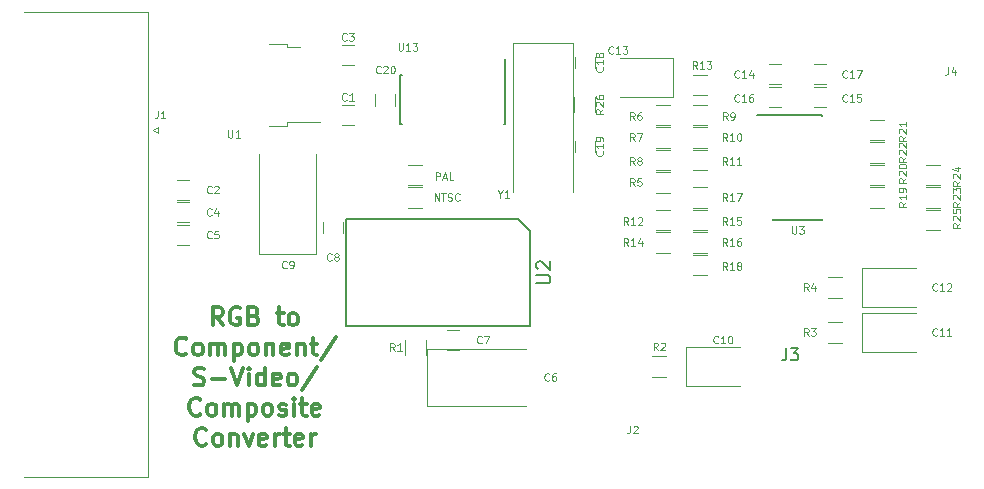
<source format=gto>
G04 #@! TF.FileFunction,Legend,Top*
%FSLAX46Y46*%
G04 Gerber Fmt 4.6, Leading zero omitted, Abs format (unit mm)*
G04 Created by KiCad (PCBNEW 4.0.7) date 02/27/18 10:57:39*
%MOMM*%
%LPD*%
G01*
G04 APERTURE LIST*
%ADD10C,0.100000*%
%ADD11C,0.114300*%
%ADD12C,0.300000*%
%ADD13C,0.120000*%
%ADD14C,0.150000*%
G04 APERTURE END LIST*
D10*
D11*
X103858785Y-91727262D02*
X103858785Y-91092262D01*
X104221643Y-91727262D01*
X104221643Y-91092262D01*
X104433309Y-91092262D02*
X104796166Y-91092262D01*
X104614738Y-91727262D02*
X104614738Y-91092262D01*
X104977595Y-91697024D02*
X105068310Y-91727262D01*
X105219500Y-91727262D01*
X105279976Y-91697024D01*
X105310214Y-91666786D01*
X105340453Y-91606310D01*
X105340453Y-91545833D01*
X105310214Y-91485357D01*
X105279976Y-91455119D01*
X105219500Y-91424881D01*
X105098548Y-91394643D01*
X105038072Y-91364405D01*
X105007833Y-91334167D01*
X104977595Y-91273690D01*
X104977595Y-91213214D01*
X105007833Y-91152738D01*
X105038072Y-91122500D01*
X105098548Y-91092262D01*
X105249738Y-91092262D01*
X105340453Y-91122500D01*
X105975453Y-91666786D02*
X105945215Y-91697024D01*
X105854500Y-91727262D01*
X105794024Y-91727262D01*
X105703310Y-91697024D01*
X105642834Y-91636548D01*
X105612595Y-91576071D01*
X105582357Y-91455119D01*
X105582357Y-91364405D01*
X105612595Y-91243452D01*
X105642834Y-91182976D01*
X105703310Y-91122500D01*
X105794024Y-91092262D01*
X105854500Y-91092262D01*
X105945215Y-91122500D01*
X105975453Y-91152738D01*
X103952523Y-89949262D02*
X103952523Y-89314262D01*
X104194428Y-89314262D01*
X104254904Y-89344500D01*
X104285143Y-89374738D01*
X104315381Y-89435214D01*
X104315381Y-89525929D01*
X104285143Y-89586405D01*
X104254904Y-89616643D01*
X104194428Y-89646881D01*
X103952523Y-89646881D01*
X104557285Y-89767833D02*
X104859666Y-89767833D01*
X104496809Y-89949262D02*
X104708476Y-89314262D01*
X104920143Y-89949262D01*
X105434190Y-89949262D02*
X105131809Y-89949262D01*
X105131809Y-89314262D01*
D12*
X85931715Y-102258571D02*
X85431715Y-101544286D01*
X85074572Y-102258571D02*
X85074572Y-100758571D01*
X85646000Y-100758571D01*
X85788858Y-100830000D01*
X85860286Y-100901429D01*
X85931715Y-101044286D01*
X85931715Y-101258571D01*
X85860286Y-101401429D01*
X85788858Y-101472857D01*
X85646000Y-101544286D01*
X85074572Y-101544286D01*
X87360286Y-100830000D02*
X87217429Y-100758571D01*
X87003143Y-100758571D01*
X86788858Y-100830000D01*
X86646000Y-100972857D01*
X86574572Y-101115714D01*
X86503143Y-101401429D01*
X86503143Y-101615714D01*
X86574572Y-101901429D01*
X86646000Y-102044286D01*
X86788858Y-102187143D01*
X87003143Y-102258571D01*
X87146000Y-102258571D01*
X87360286Y-102187143D01*
X87431715Y-102115714D01*
X87431715Y-101615714D01*
X87146000Y-101615714D01*
X88574572Y-101472857D02*
X88788858Y-101544286D01*
X88860286Y-101615714D01*
X88931715Y-101758571D01*
X88931715Y-101972857D01*
X88860286Y-102115714D01*
X88788858Y-102187143D01*
X88646000Y-102258571D01*
X88074572Y-102258571D01*
X88074572Y-100758571D01*
X88574572Y-100758571D01*
X88717429Y-100830000D01*
X88788858Y-100901429D01*
X88860286Y-101044286D01*
X88860286Y-101187143D01*
X88788858Y-101330000D01*
X88717429Y-101401429D01*
X88574572Y-101472857D01*
X88074572Y-101472857D01*
X90503143Y-101258571D02*
X91074572Y-101258571D01*
X90717429Y-100758571D02*
X90717429Y-102044286D01*
X90788857Y-102187143D01*
X90931715Y-102258571D01*
X91074572Y-102258571D01*
X91788858Y-102258571D02*
X91646000Y-102187143D01*
X91574572Y-102115714D01*
X91503143Y-101972857D01*
X91503143Y-101544286D01*
X91574572Y-101401429D01*
X91646000Y-101330000D01*
X91788858Y-101258571D01*
X92003143Y-101258571D01*
X92146000Y-101330000D01*
X92217429Y-101401429D01*
X92288858Y-101544286D01*
X92288858Y-101972857D01*
X92217429Y-102115714D01*
X92146000Y-102187143D01*
X92003143Y-102258571D01*
X91788858Y-102258571D01*
X82860286Y-104665714D02*
X82788857Y-104737143D01*
X82574571Y-104808571D01*
X82431714Y-104808571D01*
X82217429Y-104737143D01*
X82074571Y-104594286D01*
X82003143Y-104451429D01*
X81931714Y-104165714D01*
X81931714Y-103951429D01*
X82003143Y-103665714D01*
X82074571Y-103522857D01*
X82217429Y-103380000D01*
X82431714Y-103308571D01*
X82574571Y-103308571D01*
X82788857Y-103380000D01*
X82860286Y-103451429D01*
X83717429Y-104808571D02*
X83574571Y-104737143D01*
X83503143Y-104665714D01*
X83431714Y-104522857D01*
X83431714Y-104094286D01*
X83503143Y-103951429D01*
X83574571Y-103880000D01*
X83717429Y-103808571D01*
X83931714Y-103808571D01*
X84074571Y-103880000D01*
X84146000Y-103951429D01*
X84217429Y-104094286D01*
X84217429Y-104522857D01*
X84146000Y-104665714D01*
X84074571Y-104737143D01*
X83931714Y-104808571D01*
X83717429Y-104808571D01*
X84860286Y-104808571D02*
X84860286Y-103808571D01*
X84860286Y-103951429D02*
X84931714Y-103880000D01*
X85074572Y-103808571D01*
X85288857Y-103808571D01*
X85431714Y-103880000D01*
X85503143Y-104022857D01*
X85503143Y-104808571D01*
X85503143Y-104022857D02*
X85574572Y-103880000D01*
X85717429Y-103808571D01*
X85931714Y-103808571D01*
X86074572Y-103880000D01*
X86146000Y-104022857D01*
X86146000Y-104808571D01*
X86860286Y-103808571D02*
X86860286Y-105308571D01*
X86860286Y-103880000D02*
X87003143Y-103808571D01*
X87288857Y-103808571D01*
X87431714Y-103880000D01*
X87503143Y-103951429D01*
X87574572Y-104094286D01*
X87574572Y-104522857D01*
X87503143Y-104665714D01*
X87431714Y-104737143D01*
X87288857Y-104808571D01*
X87003143Y-104808571D01*
X86860286Y-104737143D01*
X88431715Y-104808571D02*
X88288857Y-104737143D01*
X88217429Y-104665714D01*
X88146000Y-104522857D01*
X88146000Y-104094286D01*
X88217429Y-103951429D01*
X88288857Y-103880000D01*
X88431715Y-103808571D01*
X88646000Y-103808571D01*
X88788857Y-103880000D01*
X88860286Y-103951429D01*
X88931715Y-104094286D01*
X88931715Y-104522857D01*
X88860286Y-104665714D01*
X88788857Y-104737143D01*
X88646000Y-104808571D01*
X88431715Y-104808571D01*
X89574572Y-103808571D02*
X89574572Y-104808571D01*
X89574572Y-103951429D02*
X89646000Y-103880000D01*
X89788858Y-103808571D01*
X90003143Y-103808571D01*
X90146000Y-103880000D01*
X90217429Y-104022857D01*
X90217429Y-104808571D01*
X91503143Y-104737143D02*
X91360286Y-104808571D01*
X91074572Y-104808571D01*
X90931715Y-104737143D01*
X90860286Y-104594286D01*
X90860286Y-104022857D01*
X90931715Y-103880000D01*
X91074572Y-103808571D01*
X91360286Y-103808571D01*
X91503143Y-103880000D01*
X91574572Y-104022857D01*
X91574572Y-104165714D01*
X90860286Y-104308571D01*
X92217429Y-103808571D02*
X92217429Y-104808571D01*
X92217429Y-103951429D02*
X92288857Y-103880000D01*
X92431715Y-103808571D01*
X92646000Y-103808571D01*
X92788857Y-103880000D01*
X92860286Y-104022857D01*
X92860286Y-104808571D01*
X93360286Y-103808571D02*
X93931715Y-103808571D01*
X93574572Y-103308571D02*
X93574572Y-104594286D01*
X93646000Y-104737143D01*
X93788858Y-104808571D01*
X93931715Y-104808571D01*
X95503143Y-103237143D02*
X94217429Y-105165714D01*
X83503143Y-107287143D02*
X83717429Y-107358571D01*
X84074572Y-107358571D01*
X84217429Y-107287143D01*
X84288858Y-107215714D01*
X84360286Y-107072857D01*
X84360286Y-106930000D01*
X84288858Y-106787143D01*
X84217429Y-106715714D01*
X84074572Y-106644286D01*
X83788858Y-106572857D01*
X83646000Y-106501429D01*
X83574572Y-106430000D01*
X83503143Y-106287143D01*
X83503143Y-106144286D01*
X83574572Y-106001429D01*
X83646000Y-105930000D01*
X83788858Y-105858571D01*
X84146000Y-105858571D01*
X84360286Y-105930000D01*
X85003143Y-106787143D02*
X86146000Y-106787143D01*
X86646000Y-105858571D02*
X87146000Y-107358571D01*
X87646000Y-105858571D01*
X88146000Y-107358571D02*
X88146000Y-106358571D01*
X88146000Y-105858571D02*
X88074571Y-105930000D01*
X88146000Y-106001429D01*
X88217428Y-105930000D01*
X88146000Y-105858571D01*
X88146000Y-106001429D01*
X89503143Y-107358571D02*
X89503143Y-105858571D01*
X89503143Y-107287143D02*
X89360286Y-107358571D01*
X89074572Y-107358571D01*
X88931714Y-107287143D01*
X88860286Y-107215714D01*
X88788857Y-107072857D01*
X88788857Y-106644286D01*
X88860286Y-106501429D01*
X88931714Y-106430000D01*
X89074572Y-106358571D01*
X89360286Y-106358571D01*
X89503143Y-106430000D01*
X90788857Y-107287143D02*
X90646000Y-107358571D01*
X90360286Y-107358571D01*
X90217429Y-107287143D01*
X90146000Y-107144286D01*
X90146000Y-106572857D01*
X90217429Y-106430000D01*
X90360286Y-106358571D01*
X90646000Y-106358571D01*
X90788857Y-106430000D01*
X90860286Y-106572857D01*
X90860286Y-106715714D01*
X90146000Y-106858571D01*
X91717429Y-107358571D02*
X91574571Y-107287143D01*
X91503143Y-107215714D01*
X91431714Y-107072857D01*
X91431714Y-106644286D01*
X91503143Y-106501429D01*
X91574571Y-106430000D01*
X91717429Y-106358571D01*
X91931714Y-106358571D01*
X92074571Y-106430000D01*
X92146000Y-106501429D01*
X92217429Y-106644286D01*
X92217429Y-107072857D01*
X92146000Y-107215714D01*
X92074571Y-107287143D01*
X91931714Y-107358571D01*
X91717429Y-107358571D01*
X93931714Y-105787143D02*
X92646000Y-107715714D01*
X84038857Y-109765714D02*
X83967428Y-109837143D01*
X83753142Y-109908571D01*
X83610285Y-109908571D01*
X83396000Y-109837143D01*
X83253142Y-109694286D01*
X83181714Y-109551429D01*
X83110285Y-109265714D01*
X83110285Y-109051429D01*
X83181714Y-108765714D01*
X83253142Y-108622857D01*
X83396000Y-108480000D01*
X83610285Y-108408571D01*
X83753142Y-108408571D01*
X83967428Y-108480000D01*
X84038857Y-108551429D01*
X84896000Y-109908571D02*
X84753142Y-109837143D01*
X84681714Y-109765714D01*
X84610285Y-109622857D01*
X84610285Y-109194286D01*
X84681714Y-109051429D01*
X84753142Y-108980000D01*
X84896000Y-108908571D01*
X85110285Y-108908571D01*
X85253142Y-108980000D01*
X85324571Y-109051429D01*
X85396000Y-109194286D01*
X85396000Y-109622857D01*
X85324571Y-109765714D01*
X85253142Y-109837143D01*
X85110285Y-109908571D01*
X84896000Y-109908571D01*
X86038857Y-109908571D02*
X86038857Y-108908571D01*
X86038857Y-109051429D02*
X86110285Y-108980000D01*
X86253143Y-108908571D01*
X86467428Y-108908571D01*
X86610285Y-108980000D01*
X86681714Y-109122857D01*
X86681714Y-109908571D01*
X86681714Y-109122857D02*
X86753143Y-108980000D01*
X86896000Y-108908571D01*
X87110285Y-108908571D01*
X87253143Y-108980000D01*
X87324571Y-109122857D01*
X87324571Y-109908571D01*
X88038857Y-108908571D02*
X88038857Y-110408571D01*
X88038857Y-108980000D02*
X88181714Y-108908571D01*
X88467428Y-108908571D01*
X88610285Y-108980000D01*
X88681714Y-109051429D01*
X88753143Y-109194286D01*
X88753143Y-109622857D01*
X88681714Y-109765714D01*
X88610285Y-109837143D01*
X88467428Y-109908571D01*
X88181714Y-109908571D01*
X88038857Y-109837143D01*
X89610286Y-109908571D02*
X89467428Y-109837143D01*
X89396000Y-109765714D01*
X89324571Y-109622857D01*
X89324571Y-109194286D01*
X89396000Y-109051429D01*
X89467428Y-108980000D01*
X89610286Y-108908571D01*
X89824571Y-108908571D01*
X89967428Y-108980000D01*
X90038857Y-109051429D01*
X90110286Y-109194286D01*
X90110286Y-109622857D01*
X90038857Y-109765714D01*
X89967428Y-109837143D01*
X89824571Y-109908571D01*
X89610286Y-109908571D01*
X90681714Y-109837143D02*
X90824571Y-109908571D01*
X91110286Y-109908571D01*
X91253143Y-109837143D01*
X91324571Y-109694286D01*
X91324571Y-109622857D01*
X91253143Y-109480000D01*
X91110286Y-109408571D01*
X90896000Y-109408571D01*
X90753143Y-109337143D01*
X90681714Y-109194286D01*
X90681714Y-109122857D01*
X90753143Y-108980000D01*
X90896000Y-108908571D01*
X91110286Y-108908571D01*
X91253143Y-108980000D01*
X91967429Y-109908571D02*
X91967429Y-108908571D01*
X91967429Y-108408571D02*
X91896000Y-108480000D01*
X91967429Y-108551429D01*
X92038857Y-108480000D01*
X91967429Y-108408571D01*
X91967429Y-108551429D01*
X92467429Y-108908571D02*
X93038858Y-108908571D01*
X92681715Y-108408571D02*
X92681715Y-109694286D01*
X92753143Y-109837143D01*
X92896001Y-109908571D01*
X93038858Y-109908571D01*
X94110286Y-109837143D02*
X93967429Y-109908571D01*
X93681715Y-109908571D01*
X93538858Y-109837143D01*
X93467429Y-109694286D01*
X93467429Y-109122857D01*
X93538858Y-108980000D01*
X93681715Y-108908571D01*
X93967429Y-108908571D01*
X94110286Y-108980000D01*
X94181715Y-109122857D01*
X94181715Y-109265714D01*
X93467429Y-109408571D01*
X84538858Y-112315714D02*
X84467429Y-112387143D01*
X84253143Y-112458571D01*
X84110286Y-112458571D01*
X83896001Y-112387143D01*
X83753143Y-112244286D01*
X83681715Y-112101429D01*
X83610286Y-111815714D01*
X83610286Y-111601429D01*
X83681715Y-111315714D01*
X83753143Y-111172857D01*
X83896001Y-111030000D01*
X84110286Y-110958571D01*
X84253143Y-110958571D01*
X84467429Y-111030000D01*
X84538858Y-111101429D01*
X85396001Y-112458571D02*
X85253143Y-112387143D01*
X85181715Y-112315714D01*
X85110286Y-112172857D01*
X85110286Y-111744286D01*
X85181715Y-111601429D01*
X85253143Y-111530000D01*
X85396001Y-111458571D01*
X85610286Y-111458571D01*
X85753143Y-111530000D01*
X85824572Y-111601429D01*
X85896001Y-111744286D01*
X85896001Y-112172857D01*
X85824572Y-112315714D01*
X85753143Y-112387143D01*
X85610286Y-112458571D01*
X85396001Y-112458571D01*
X86538858Y-111458571D02*
X86538858Y-112458571D01*
X86538858Y-111601429D02*
X86610286Y-111530000D01*
X86753144Y-111458571D01*
X86967429Y-111458571D01*
X87110286Y-111530000D01*
X87181715Y-111672857D01*
X87181715Y-112458571D01*
X87753144Y-111458571D02*
X88110287Y-112458571D01*
X88467429Y-111458571D01*
X89610286Y-112387143D02*
X89467429Y-112458571D01*
X89181715Y-112458571D01*
X89038858Y-112387143D01*
X88967429Y-112244286D01*
X88967429Y-111672857D01*
X89038858Y-111530000D01*
X89181715Y-111458571D01*
X89467429Y-111458571D01*
X89610286Y-111530000D01*
X89681715Y-111672857D01*
X89681715Y-111815714D01*
X88967429Y-111958571D01*
X90324572Y-112458571D02*
X90324572Y-111458571D01*
X90324572Y-111744286D02*
X90396000Y-111601429D01*
X90467429Y-111530000D01*
X90610286Y-111458571D01*
X90753143Y-111458571D01*
X91038857Y-111458571D02*
X91610286Y-111458571D01*
X91253143Y-110958571D02*
X91253143Y-112244286D01*
X91324571Y-112387143D01*
X91467429Y-112458571D01*
X91610286Y-112458571D01*
X92681714Y-112387143D02*
X92538857Y-112458571D01*
X92253143Y-112458571D01*
X92110286Y-112387143D01*
X92038857Y-112244286D01*
X92038857Y-111672857D01*
X92110286Y-111530000D01*
X92253143Y-111458571D01*
X92538857Y-111458571D01*
X92681714Y-111530000D01*
X92753143Y-111672857D01*
X92753143Y-111815714D01*
X92038857Y-111958571D01*
X93396000Y-112458571D02*
X93396000Y-111458571D01*
X93396000Y-111744286D02*
X93467428Y-111601429D01*
X93538857Y-111530000D01*
X93681714Y-111458571D01*
X93824571Y-111458571D01*
D13*
X89870000Y-85365000D02*
X91370000Y-85365000D01*
X91370000Y-85365000D02*
X91370000Y-85095000D01*
X91370000Y-85095000D02*
X94200000Y-85095000D01*
X89870000Y-78465000D02*
X91370000Y-78465000D01*
X91370000Y-78465000D02*
X91370000Y-78735000D01*
X91370000Y-78735000D02*
X92470000Y-78735000D01*
X103200000Y-104280000D02*
X111600000Y-104280000D01*
X103200000Y-109080000D02*
X111600000Y-109080000D01*
X103200000Y-104280000D02*
X103200000Y-109080000D01*
X97020000Y-83605000D02*
X96020000Y-83605000D01*
X96020000Y-85305000D02*
X97020000Y-85305000D01*
X83050000Y-89955000D02*
X82050000Y-89955000D01*
X82050000Y-91655000D02*
X83050000Y-91655000D01*
X97020000Y-78525000D02*
X96020000Y-78525000D01*
X96020000Y-80225000D02*
X97020000Y-80225000D01*
X83050000Y-91860000D02*
X82050000Y-91860000D01*
X82050000Y-93560000D02*
X83050000Y-93560000D01*
X83050000Y-93765000D02*
X82050000Y-93765000D01*
X82050000Y-95465000D02*
X83050000Y-95465000D01*
X105910000Y-102655000D02*
X104910000Y-102655000D01*
X104910000Y-104355000D02*
X105910000Y-104355000D01*
X94400000Y-93480000D02*
X94400000Y-94480000D01*
X96100000Y-94480000D02*
X96100000Y-93480000D01*
X89040000Y-96190000D02*
X89040000Y-87790000D01*
X93840000Y-96190000D02*
X93840000Y-87790000D01*
X89040000Y-96190000D02*
X93840000Y-96190000D01*
X125152500Y-104077500D02*
X129702500Y-104077500D01*
X125152500Y-107377500D02*
X129702500Y-107377500D01*
X125152500Y-104077500D02*
X125152500Y-107377500D01*
X140075000Y-101220000D02*
X144625000Y-101220000D01*
X140075000Y-104520000D02*
X144625000Y-104520000D01*
X140075000Y-101220000D02*
X140075000Y-104520000D01*
X140075000Y-97410000D02*
X144625000Y-97410000D01*
X140075000Y-100710000D02*
X144625000Y-100710000D01*
X140075000Y-97410000D02*
X140075000Y-100710000D01*
X124085000Y-82930000D02*
X119535000Y-82930000D01*
X124085000Y-79630000D02*
X119535000Y-79630000D01*
X124085000Y-82930000D02*
X124085000Y-79630000D01*
X133215000Y-80176000D02*
X132215000Y-80176000D01*
X132215000Y-81876000D02*
X133215000Y-81876000D01*
X137025000Y-82081000D02*
X136025000Y-82081000D01*
X136025000Y-83781000D02*
X137025000Y-83781000D01*
X133215000Y-82081000D02*
X132215000Y-82081000D01*
X132215000Y-83781000D02*
X133215000Y-83781000D01*
X137025000Y-80176000D02*
X136025000Y-80176000D01*
X136025000Y-81876000D02*
X137025000Y-81876000D01*
X69115000Y-75760000D02*
X79595000Y-75760000D01*
X79595000Y-75760000D02*
X79595000Y-115080000D01*
X79595000Y-115080000D02*
X69115000Y-115080000D01*
X80489338Y-85475000D02*
X80489338Y-85975000D01*
X80489338Y-85975000D02*
X80056325Y-85725000D01*
X80056325Y-85725000D02*
X80489338Y-85475000D01*
X103115000Y-103540000D02*
X103115000Y-104740000D01*
X101355000Y-104740000D02*
X101355000Y-103540000D01*
X123472500Y-106607500D02*
X122272500Y-106607500D01*
X122272500Y-104847500D02*
X123472500Y-104847500D01*
X138395000Y-103750000D02*
X137195000Y-103750000D01*
X137195000Y-101990000D02*
X138395000Y-101990000D01*
X138395000Y-99940000D02*
X137195000Y-99940000D01*
X137195000Y-98180000D02*
X138395000Y-98180000D01*
X123790000Y-91050000D02*
X122590000Y-91050000D01*
X122590000Y-89290000D02*
X123790000Y-89290000D01*
X123790000Y-85335000D02*
X122590000Y-85335000D01*
X122590000Y-83575000D02*
X123790000Y-83575000D01*
X123790000Y-87240000D02*
X122590000Y-87240000D01*
X122590000Y-85480000D02*
X123790000Y-85480000D01*
X123790000Y-89145000D02*
X122590000Y-89145000D01*
X122590000Y-87385000D02*
X123790000Y-87385000D01*
X126965000Y-87240000D02*
X125765000Y-87240000D01*
X125765000Y-85480000D02*
X126965000Y-85480000D01*
X125765000Y-83575000D02*
X126965000Y-83575000D01*
X126965000Y-85335000D02*
X125765000Y-85335000D01*
X126965000Y-89145000D02*
X125765000Y-89145000D01*
X125765000Y-87385000D02*
X126965000Y-87385000D01*
X123790000Y-94225000D02*
X122590000Y-94225000D01*
X122590000Y-92465000D02*
X123790000Y-92465000D01*
X126965000Y-82795000D02*
X125765000Y-82795000D01*
X125765000Y-81035000D02*
X126965000Y-81035000D01*
X122590000Y-94370000D02*
X123790000Y-94370000D01*
X123790000Y-96130000D02*
X122590000Y-96130000D01*
X126965000Y-96130000D02*
X125765000Y-96130000D01*
X125765000Y-94370000D02*
X126965000Y-94370000D01*
X125765000Y-92465000D02*
X126965000Y-92465000D01*
X126965000Y-94225000D02*
X125765000Y-94225000D01*
X126965000Y-92320000D02*
X125765000Y-92320000D01*
X125765000Y-90560000D02*
X126965000Y-90560000D01*
X125765000Y-96275000D02*
X126965000Y-96275000D01*
X126965000Y-98035000D02*
X125765000Y-98035000D01*
X141951000Y-92320000D02*
X140751000Y-92320000D01*
X140751000Y-90560000D02*
X141951000Y-90560000D01*
X140751000Y-88655000D02*
X141951000Y-88655000D01*
X141951000Y-90415000D02*
X140751000Y-90415000D01*
X141951000Y-86605000D02*
X140751000Y-86605000D01*
X140751000Y-84845000D02*
X141951000Y-84845000D01*
X140751000Y-86750000D02*
X141951000Y-86750000D01*
X141951000Y-88510000D02*
X140751000Y-88510000D01*
X146650000Y-92320000D02*
X145450000Y-92320000D01*
X145450000Y-90560000D02*
X146650000Y-90560000D01*
X146650000Y-90415000D02*
X145450000Y-90415000D01*
X145450000Y-88655000D02*
X146650000Y-88655000D01*
X146650000Y-94225000D02*
X145450000Y-94225000D01*
X145450000Y-92465000D02*
X146650000Y-92465000D01*
D14*
X132545000Y-84450000D02*
X132545000Y-84475000D01*
X136695000Y-84450000D02*
X136695000Y-84565000D01*
X136695000Y-93350000D02*
X136695000Y-93235000D01*
X132545000Y-93350000D02*
X132545000Y-93235000D01*
X132545000Y-84450000D02*
X136695000Y-84450000D01*
X132545000Y-93350000D02*
X136695000Y-93350000D01*
X132545000Y-84475000D02*
X131170000Y-84475000D01*
D13*
X115736000Y-79510000D02*
X115736000Y-80510000D01*
X117436000Y-80510000D02*
X117436000Y-79510000D01*
X115736000Y-86622000D02*
X115736000Y-87622000D01*
X117436000Y-87622000D02*
X117436000Y-86622000D01*
X100545000Y-83685000D02*
X100545000Y-82685000D01*
X98845000Y-82685000D02*
X98845000Y-83685000D01*
X115706000Y-84166000D02*
X115706000Y-82966000D01*
X117466000Y-82966000D02*
X117466000Y-84166000D01*
D14*
X109860000Y-81110000D02*
X109835000Y-81110000D01*
X109860000Y-85260000D02*
X109745000Y-85260000D01*
X100960000Y-85260000D02*
X101075000Y-85260000D01*
X100960000Y-81110000D02*
X101075000Y-81110000D01*
X109860000Y-81110000D02*
X109860000Y-85260000D01*
X100960000Y-81110000D02*
X100960000Y-85260000D01*
X109835000Y-81110000D02*
X109835000Y-79735000D01*
D13*
X115580000Y-90990000D02*
X115580000Y-78390000D01*
X115580000Y-78390000D02*
X110480000Y-78390000D01*
X110480000Y-78390000D02*
X110480000Y-90990000D01*
X102835000Y-92320000D02*
X101635000Y-92320000D01*
X101635000Y-90560000D02*
X102835000Y-90560000D01*
X102835000Y-90415000D02*
X101635000Y-90415000D01*
X101635000Y-88655000D02*
X102835000Y-88655000D01*
D14*
X110925000Y-93290000D02*
X111925000Y-94290000D01*
X111925000Y-102290000D02*
X111925000Y-94290000D01*
X110925000Y-93290000D02*
X96355000Y-93290000D01*
X96355000Y-93290000D02*
X96355000Y-102290000D01*
X96355000Y-102290000D02*
X111925000Y-102290000D01*
X133651667Y-104227381D02*
X133651667Y-104941667D01*
X133604047Y-105084524D01*
X133508809Y-105179762D01*
X133365952Y-105227381D01*
X133270714Y-105227381D01*
X134032619Y-104227381D02*
X134651667Y-104227381D01*
X134318333Y-104608333D01*
X134461191Y-104608333D01*
X134556429Y-104655952D01*
X134604048Y-104703571D01*
X134651667Y-104798810D01*
X134651667Y-105036905D01*
X134604048Y-105132143D01*
X134556429Y-105179762D01*
X134461191Y-105227381D01*
X134175476Y-105227381D01*
X134080238Y-105179762D01*
X134032619Y-105132143D01*
D11*
X147362333Y-80424262D02*
X147362333Y-80877833D01*
X147332095Y-80968548D01*
X147271619Y-81029024D01*
X147180904Y-81059262D01*
X147120428Y-81059262D01*
X147936857Y-80635929D02*
X147936857Y-81059262D01*
X147785667Y-80394024D02*
X147634476Y-80847595D01*
X148027572Y-80847595D01*
X86384190Y-85758262D02*
X86384190Y-86272310D01*
X86414429Y-86332786D01*
X86444667Y-86363024D01*
X86505143Y-86393262D01*
X86626095Y-86393262D01*
X86686571Y-86363024D01*
X86716810Y-86332786D01*
X86747048Y-86272310D01*
X86747048Y-85758262D01*
X87382048Y-86393262D02*
X87019190Y-86393262D01*
X87200619Y-86393262D02*
X87200619Y-85758262D01*
X87140143Y-85848976D01*
X87079667Y-85909452D01*
X87019190Y-85939690D01*
X113559167Y-106906786D02*
X113528929Y-106937024D01*
X113438214Y-106967262D01*
X113377738Y-106967262D01*
X113287024Y-106937024D01*
X113226548Y-106876548D01*
X113196309Y-106816071D01*
X113166071Y-106695119D01*
X113166071Y-106604405D01*
X113196309Y-106483452D01*
X113226548Y-106422976D01*
X113287024Y-106362500D01*
X113377738Y-106332262D01*
X113438214Y-106332262D01*
X113528929Y-106362500D01*
X113559167Y-106392738D01*
X114103452Y-106332262D02*
X113982500Y-106332262D01*
X113922024Y-106362500D01*
X113891786Y-106392738D01*
X113831309Y-106483452D01*
X113801071Y-106604405D01*
X113801071Y-106846310D01*
X113831309Y-106906786D01*
X113861548Y-106937024D01*
X113922024Y-106967262D01*
X114042976Y-106967262D01*
X114103452Y-106937024D01*
X114133690Y-106906786D01*
X114163929Y-106846310D01*
X114163929Y-106695119D01*
X114133690Y-106634643D01*
X114103452Y-106604405D01*
X114042976Y-106574167D01*
X113922024Y-106574167D01*
X113861548Y-106604405D01*
X113831309Y-106634643D01*
X113801071Y-106695119D01*
X96414167Y-83181786D02*
X96383929Y-83212024D01*
X96293214Y-83242262D01*
X96232738Y-83242262D01*
X96142024Y-83212024D01*
X96081548Y-83151548D01*
X96051309Y-83091071D01*
X96021071Y-82970119D01*
X96021071Y-82879405D01*
X96051309Y-82758452D01*
X96081548Y-82697976D01*
X96142024Y-82637500D01*
X96232738Y-82607262D01*
X96293214Y-82607262D01*
X96383929Y-82637500D01*
X96414167Y-82667738D01*
X97018929Y-83242262D02*
X96656071Y-83242262D01*
X96837500Y-83242262D02*
X96837500Y-82607262D01*
X96777024Y-82697976D01*
X96716548Y-82758452D01*
X96656071Y-82788690D01*
X84984167Y-91031786D02*
X84953929Y-91062024D01*
X84863214Y-91092262D01*
X84802738Y-91092262D01*
X84712024Y-91062024D01*
X84651548Y-91001548D01*
X84621309Y-90941071D01*
X84591071Y-90820119D01*
X84591071Y-90729405D01*
X84621309Y-90608452D01*
X84651548Y-90547976D01*
X84712024Y-90487500D01*
X84802738Y-90457262D01*
X84863214Y-90457262D01*
X84953929Y-90487500D01*
X84984167Y-90517738D01*
X85226071Y-90517738D02*
X85256309Y-90487500D01*
X85316786Y-90457262D01*
X85467976Y-90457262D01*
X85528452Y-90487500D01*
X85558690Y-90517738D01*
X85588929Y-90578214D01*
X85588929Y-90638690D01*
X85558690Y-90729405D01*
X85195833Y-91092262D01*
X85588929Y-91092262D01*
X96414167Y-78101786D02*
X96383929Y-78132024D01*
X96293214Y-78162262D01*
X96232738Y-78162262D01*
X96142024Y-78132024D01*
X96081548Y-78071548D01*
X96051309Y-78011071D01*
X96021071Y-77890119D01*
X96021071Y-77799405D01*
X96051309Y-77678452D01*
X96081548Y-77617976D01*
X96142024Y-77557500D01*
X96232738Y-77527262D01*
X96293214Y-77527262D01*
X96383929Y-77557500D01*
X96414167Y-77587738D01*
X96625833Y-77527262D02*
X97018929Y-77527262D01*
X96807262Y-77769167D01*
X96897976Y-77769167D01*
X96958452Y-77799405D01*
X96988690Y-77829643D01*
X97018929Y-77890119D01*
X97018929Y-78041310D01*
X96988690Y-78101786D01*
X96958452Y-78132024D01*
X96897976Y-78162262D01*
X96716548Y-78162262D01*
X96656071Y-78132024D01*
X96625833Y-78101786D01*
X84984167Y-92936786D02*
X84953929Y-92967024D01*
X84863214Y-92997262D01*
X84802738Y-92997262D01*
X84712024Y-92967024D01*
X84651548Y-92906548D01*
X84621309Y-92846071D01*
X84591071Y-92725119D01*
X84591071Y-92634405D01*
X84621309Y-92513452D01*
X84651548Y-92452976D01*
X84712024Y-92392500D01*
X84802738Y-92362262D01*
X84863214Y-92362262D01*
X84953929Y-92392500D01*
X84984167Y-92422738D01*
X85528452Y-92573929D02*
X85528452Y-92997262D01*
X85377262Y-92332024D02*
X85226071Y-92785595D01*
X85619167Y-92785595D01*
X84984167Y-94841786D02*
X84953929Y-94872024D01*
X84863214Y-94902262D01*
X84802738Y-94902262D01*
X84712024Y-94872024D01*
X84651548Y-94811548D01*
X84621309Y-94751071D01*
X84591071Y-94630119D01*
X84591071Y-94539405D01*
X84621309Y-94418452D01*
X84651548Y-94357976D01*
X84712024Y-94297500D01*
X84802738Y-94267262D01*
X84863214Y-94267262D01*
X84953929Y-94297500D01*
X84984167Y-94327738D01*
X85558690Y-94267262D02*
X85256309Y-94267262D01*
X85226071Y-94569643D01*
X85256309Y-94539405D01*
X85316786Y-94509167D01*
X85467976Y-94509167D01*
X85528452Y-94539405D01*
X85558690Y-94569643D01*
X85588929Y-94630119D01*
X85588929Y-94781310D01*
X85558690Y-94841786D01*
X85528452Y-94872024D01*
X85467976Y-94902262D01*
X85316786Y-94902262D01*
X85256309Y-94872024D01*
X85226071Y-94841786D01*
X107844167Y-103731786D02*
X107813929Y-103762024D01*
X107723214Y-103792262D01*
X107662738Y-103792262D01*
X107572024Y-103762024D01*
X107511548Y-103701548D01*
X107481309Y-103641071D01*
X107451071Y-103520119D01*
X107451071Y-103429405D01*
X107481309Y-103308452D01*
X107511548Y-103247976D01*
X107572024Y-103187500D01*
X107662738Y-103157262D01*
X107723214Y-103157262D01*
X107813929Y-103187500D01*
X107844167Y-103217738D01*
X108055833Y-103157262D02*
X108479167Y-103157262D01*
X108207024Y-103792262D01*
X95144167Y-96746786D02*
X95113929Y-96777024D01*
X95023214Y-96807262D01*
X94962738Y-96807262D01*
X94872024Y-96777024D01*
X94811548Y-96716548D01*
X94781309Y-96656071D01*
X94751071Y-96535119D01*
X94751071Y-96444405D01*
X94781309Y-96323452D01*
X94811548Y-96262976D01*
X94872024Y-96202500D01*
X94962738Y-96172262D01*
X95023214Y-96172262D01*
X95113929Y-96202500D01*
X95144167Y-96232738D01*
X95507024Y-96444405D02*
X95446548Y-96414167D01*
X95416309Y-96383929D01*
X95386071Y-96323452D01*
X95386071Y-96293214D01*
X95416309Y-96232738D01*
X95446548Y-96202500D01*
X95507024Y-96172262D01*
X95627976Y-96172262D01*
X95688452Y-96202500D01*
X95718690Y-96232738D01*
X95748929Y-96293214D01*
X95748929Y-96323452D01*
X95718690Y-96383929D01*
X95688452Y-96414167D01*
X95627976Y-96444405D01*
X95507024Y-96444405D01*
X95446548Y-96474643D01*
X95416309Y-96504881D01*
X95386071Y-96565357D01*
X95386071Y-96686310D01*
X95416309Y-96746786D01*
X95446548Y-96777024D01*
X95507024Y-96807262D01*
X95627976Y-96807262D01*
X95688452Y-96777024D01*
X95718690Y-96746786D01*
X95748929Y-96686310D01*
X95748929Y-96565357D01*
X95718690Y-96504881D01*
X95688452Y-96474643D01*
X95627976Y-96444405D01*
X91334167Y-97381786D02*
X91303929Y-97412024D01*
X91213214Y-97442262D01*
X91152738Y-97442262D01*
X91062024Y-97412024D01*
X91001548Y-97351548D01*
X90971309Y-97291071D01*
X90941071Y-97170119D01*
X90941071Y-97079405D01*
X90971309Y-96958452D01*
X91001548Y-96897976D01*
X91062024Y-96837500D01*
X91152738Y-96807262D01*
X91213214Y-96807262D01*
X91303929Y-96837500D01*
X91334167Y-96867738D01*
X91636548Y-97442262D02*
X91757500Y-97442262D01*
X91817976Y-97412024D01*
X91848214Y-97381786D01*
X91908690Y-97291071D01*
X91938929Y-97170119D01*
X91938929Y-96928214D01*
X91908690Y-96867738D01*
X91878452Y-96837500D01*
X91817976Y-96807262D01*
X91697024Y-96807262D01*
X91636548Y-96837500D01*
X91606309Y-96867738D01*
X91576071Y-96928214D01*
X91576071Y-97079405D01*
X91606309Y-97139881D01*
X91636548Y-97170119D01*
X91697024Y-97200357D01*
X91817976Y-97200357D01*
X91878452Y-97170119D01*
X91908690Y-97139881D01*
X91938929Y-97079405D01*
X127861786Y-103731786D02*
X127831548Y-103762024D01*
X127740833Y-103792262D01*
X127680357Y-103792262D01*
X127589643Y-103762024D01*
X127529167Y-103701548D01*
X127498928Y-103641071D01*
X127468690Y-103520119D01*
X127468690Y-103429405D01*
X127498928Y-103308452D01*
X127529167Y-103247976D01*
X127589643Y-103187500D01*
X127680357Y-103157262D01*
X127740833Y-103157262D01*
X127831548Y-103187500D01*
X127861786Y-103217738D01*
X128466548Y-103792262D02*
X128103690Y-103792262D01*
X128285119Y-103792262D02*
X128285119Y-103157262D01*
X128224643Y-103247976D01*
X128164167Y-103308452D01*
X128103690Y-103338690D01*
X128859643Y-103157262D02*
X128920119Y-103157262D01*
X128980595Y-103187500D01*
X129010833Y-103217738D01*
X129041071Y-103278214D01*
X129071310Y-103399167D01*
X129071310Y-103550357D01*
X129041071Y-103671310D01*
X129010833Y-103731786D01*
X128980595Y-103762024D01*
X128920119Y-103792262D01*
X128859643Y-103792262D01*
X128799167Y-103762024D01*
X128768929Y-103731786D01*
X128738690Y-103671310D01*
X128708452Y-103550357D01*
X128708452Y-103399167D01*
X128738690Y-103278214D01*
X128768929Y-103217738D01*
X128799167Y-103187500D01*
X128859643Y-103157262D01*
X146403786Y-103096786D02*
X146373548Y-103127024D01*
X146282833Y-103157262D01*
X146222357Y-103157262D01*
X146131643Y-103127024D01*
X146071167Y-103066548D01*
X146040928Y-103006071D01*
X146010690Y-102885119D01*
X146010690Y-102794405D01*
X146040928Y-102673452D01*
X146071167Y-102612976D01*
X146131643Y-102552500D01*
X146222357Y-102522262D01*
X146282833Y-102522262D01*
X146373548Y-102552500D01*
X146403786Y-102582738D01*
X147008548Y-103157262D02*
X146645690Y-103157262D01*
X146827119Y-103157262D02*
X146827119Y-102522262D01*
X146766643Y-102612976D01*
X146706167Y-102673452D01*
X146645690Y-102703690D01*
X147613310Y-103157262D02*
X147250452Y-103157262D01*
X147431881Y-103157262D02*
X147431881Y-102522262D01*
X147371405Y-102612976D01*
X147310929Y-102673452D01*
X147250452Y-102703690D01*
X146403786Y-99286786D02*
X146373548Y-99317024D01*
X146282833Y-99347262D01*
X146222357Y-99347262D01*
X146131643Y-99317024D01*
X146071167Y-99256548D01*
X146040928Y-99196071D01*
X146010690Y-99075119D01*
X146010690Y-98984405D01*
X146040928Y-98863452D01*
X146071167Y-98802976D01*
X146131643Y-98742500D01*
X146222357Y-98712262D01*
X146282833Y-98712262D01*
X146373548Y-98742500D01*
X146403786Y-98772738D01*
X147008548Y-99347262D02*
X146645690Y-99347262D01*
X146827119Y-99347262D02*
X146827119Y-98712262D01*
X146766643Y-98802976D01*
X146706167Y-98863452D01*
X146645690Y-98893690D01*
X147250452Y-98772738D02*
X147280690Y-98742500D01*
X147341167Y-98712262D01*
X147492357Y-98712262D01*
X147552833Y-98742500D01*
X147583071Y-98772738D01*
X147613310Y-98833214D01*
X147613310Y-98893690D01*
X147583071Y-98984405D01*
X147220214Y-99347262D01*
X147613310Y-99347262D01*
X118971786Y-79220786D02*
X118941548Y-79251024D01*
X118850833Y-79281262D01*
X118790357Y-79281262D01*
X118699643Y-79251024D01*
X118639167Y-79190548D01*
X118608928Y-79130071D01*
X118578690Y-79009119D01*
X118578690Y-78918405D01*
X118608928Y-78797452D01*
X118639167Y-78736976D01*
X118699643Y-78676500D01*
X118790357Y-78646262D01*
X118850833Y-78646262D01*
X118941548Y-78676500D01*
X118971786Y-78706738D01*
X119576548Y-79281262D02*
X119213690Y-79281262D01*
X119395119Y-79281262D02*
X119395119Y-78646262D01*
X119334643Y-78736976D01*
X119274167Y-78797452D01*
X119213690Y-78827690D01*
X119788214Y-78646262D02*
X120181310Y-78646262D01*
X119969643Y-78888167D01*
X120060357Y-78888167D01*
X120120833Y-78918405D01*
X120151071Y-78948643D01*
X120181310Y-79009119D01*
X120181310Y-79160310D01*
X120151071Y-79220786D01*
X120120833Y-79251024D01*
X120060357Y-79281262D01*
X119878929Y-79281262D01*
X119818452Y-79251024D01*
X119788214Y-79220786D01*
X129639786Y-81252786D02*
X129609548Y-81283024D01*
X129518833Y-81313262D01*
X129458357Y-81313262D01*
X129367643Y-81283024D01*
X129307167Y-81222548D01*
X129276928Y-81162071D01*
X129246690Y-81041119D01*
X129246690Y-80950405D01*
X129276928Y-80829452D01*
X129307167Y-80768976D01*
X129367643Y-80708500D01*
X129458357Y-80678262D01*
X129518833Y-80678262D01*
X129609548Y-80708500D01*
X129639786Y-80738738D01*
X130244548Y-81313262D02*
X129881690Y-81313262D01*
X130063119Y-81313262D02*
X130063119Y-80678262D01*
X130002643Y-80768976D01*
X129942167Y-80829452D01*
X129881690Y-80859690D01*
X130788833Y-80889929D02*
X130788833Y-81313262D01*
X130637643Y-80648024D02*
X130486452Y-81101595D01*
X130879548Y-81101595D01*
X138783786Y-83284786D02*
X138753548Y-83315024D01*
X138662833Y-83345262D01*
X138602357Y-83345262D01*
X138511643Y-83315024D01*
X138451167Y-83254548D01*
X138420928Y-83194071D01*
X138390690Y-83073119D01*
X138390690Y-82982405D01*
X138420928Y-82861452D01*
X138451167Y-82800976D01*
X138511643Y-82740500D01*
X138602357Y-82710262D01*
X138662833Y-82710262D01*
X138753548Y-82740500D01*
X138783786Y-82770738D01*
X139388548Y-83345262D02*
X139025690Y-83345262D01*
X139207119Y-83345262D02*
X139207119Y-82710262D01*
X139146643Y-82800976D01*
X139086167Y-82861452D01*
X139025690Y-82891690D01*
X139963071Y-82710262D02*
X139660690Y-82710262D01*
X139630452Y-83012643D01*
X139660690Y-82982405D01*
X139721167Y-82952167D01*
X139872357Y-82952167D01*
X139932833Y-82982405D01*
X139963071Y-83012643D01*
X139993310Y-83073119D01*
X139993310Y-83224310D01*
X139963071Y-83284786D01*
X139932833Y-83315024D01*
X139872357Y-83345262D01*
X139721167Y-83345262D01*
X139660690Y-83315024D01*
X139630452Y-83284786D01*
X129639786Y-83284786D02*
X129609548Y-83315024D01*
X129518833Y-83345262D01*
X129458357Y-83345262D01*
X129367643Y-83315024D01*
X129307167Y-83254548D01*
X129276928Y-83194071D01*
X129246690Y-83073119D01*
X129246690Y-82982405D01*
X129276928Y-82861452D01*
X129307167Y-82800976D01*
X129367643Y-82740500D01*
X129458357Y-82710262D01*
X129518833Y-82710262D01*
X129609548Y-82740500D01*
X129639786Y-82770738D01*
X130244548Y-83345262D02*
X129881690Y-83345262D01*
X130063119Y-83345262D02*
X130063119Y-82710262D01*
X130002643Y-82800976D01*
X129942167Y-82861452D01*
X129881690Y-82891690D01*
X130788833Y-82710262D02*
X130667881Y-82710262D01*
X130607405Y-82740500D01*
X130577167Y-82770738D01*
X130516690Y-82861452D01*
X130486452Y-82982405D01*
X130486452Y-83224310D01*
X130516690Y-83284786D01*
X130546929Y-83315024D01*
X130607405Y-83345262D01*
X130728357Y-83345262D01*
X130788833Y-83315024D01*
X130819071Y-83284786D01*
X130849310Y-83224310D01*
X130849310Y-83073119D01*
X130819071Y-83012643D01*
X130788833Y-82982405D01*
X130728357Y-82952167D01*
X130607405Y-82952167D01*
X130546929Y-82982405D01*
X130516690Y-83012643D01*
X130486452Y-83073119D01*
X138783786Y-81252786D02*
X138753548Y-81283024D01*
X138662833Y-81313262D01*
X138602357Y-81313262D01*
X138511643Y-81283024D01*
X138451167Y-81222548D01*
X138420928Y-81162071D01*
X138390690Y-81041119D01*
X138390690Y-80950405D01*
X138420928Y-80829452D01*
X138451167Y-80768976D01*
X138511643Y-80708500D01*
X138602357Y-80678262D01*
X138662833Y-80678262D01*
X138753548Y-80708500D01*
X138783786Y-80738738D01*
X139388548Y-81313262D02*
X139025690Y-81313262D01*
X139207119Y-81313262D02*
X139207119Y-80678262D01*
X139146643Y-80768976D01*
X139086167Y-80829452D01*
X139025690Y-80859690D01*
X139600214Y-80678262D02*
X140023548Y-80678262D01*
X139751405Y-81313262D01*
X80433333Y-84107262D02*
X80433333Y-84560833D01*
X80403095Y-84651548D01*
X80342619Y-84712024D01*
X80251904Y-84742262D01*
X80191428Y-84742262D01*
X81068334Y-84742262D02*
X80705476Y-84742262D01*
X80886905Y-84742262D02*
X80886905Y-84107262D01*
X80826429Y-84197976D01*
X80765953Y-84258452D01*
X80705476Y-84288690D01*
X100479167Y-104427262D02*
X100267500Y-104124881D01*
X100116309Y-104427262D02*
X100116309Y-103792262D01*
X100358214Y-103792262D01*
X100418690Y-103822500D01*
X100448929Y-103852738D01*
X100479167Y-103913214D01*
X100479167Y-104003929D01*
X100448929Y-104064405D01*
X100418690Y-104094643D01*
X100358214Y-104124881D01*
X100116309Y-104124881D01*
X101083929Y-104427262D02*
X100721071Y-104427262D01*
X100902500Y-104427262D02*
X100902500Y-103792262D01*
X100842024Y-103882976D01*
X100781548Y-103943452D01*
X100721071Y-103973690D01*
X122766667Y-104364762D02*
X122555000Y-104062381D01*
X122403809Y-104364762D02*
X122403809Y-103729762D01*
X122645714Y-103729762D01*
X122706190Y-103760000D01*
X122736429Y-103790238D01*
X122766667Y-103850714D01*
X122766667Y-103941429D01*
X122736429Y-104001905D01*
X122706190Y-104032143D01*
X122645714Y-104062381D01*
X122403809Y-104062381D01*
X123008571Y-103790238D02*
X123038809Y-103760000D01*
X123099286Y-103729762D01*
X123250476Y-103729762D01*
X123310952Y-103760000D01*
X123341190Y-103790238D01*
X123371429Y-103850714D01*
X123371429Y-103911190D01*
X123341190Y-104001905D01*
X122978333Y-104364762D01*
X123371429Y-104364762D01*
X135530167Y-103157262D02*
X135318500Y-102854881D01*
X135167309Y-103157262D02*
X135167309Y-102522262D01*
X135409214Y-102522262D01*
X135469690Y-102552500D01*
X135499929Y-102582738D01*
X135530167Y-102643214D01*
X135530167Y-102733929D01*
X135499929Y-102794405D01*
X135469690Y-102824643D01*
X135409214Y-102854881D01*
X135167309Y-102854881D01*
X135741833Y-102522262D02*
X136134929Y-102522262D01*
X135923262Y-102764167D01*
X136013976Y-102764167D01*
X136074452Y-102794405D01*
X136104690Y-102824643D01*
X136134929Y-102885119D01*
X136134929Y-103036310D01*
X136104690Y-103096786D01*
X136074452Y-103127024D01*
X136013976Y-103157262D01*
X135832548Y-103157262D01*
X135772071Y-103127024D01*
X135741833Y-103096786D01*
X135530167Y-99347262D02*
X135318500Y-99044881D01*
X135167309Y-99347262D02*
X135167309Y-98712262D01*
X135409214Y-98712262D01*
X135469690Y-98742500D01*
X135499929Y-98772738D01*
X135530167Y-98833214D01*
X135530167Y-98923929D01*
X135499929Y-98984405D01*
X135469690Y-99014643D01*
X135409214Y-99044881D01*
X135167309Y-99044881D01*
X136074452Y-98923929D02*
X136074452Y-99347262D01*
X135923262Y-98682024D02*
X135772071Y-99135595D01*
X136165167Y-99135595D01*
X120798167Y-90457262D02*
X120586500Y-90154881D01*
X120435309Y-90457262D02*
X120435309Y-89822262D01*
X120677214Y-89822262D01*
X120737690Y-89852500D01*
X120767929Y-89882738D01*
X120798167Y-89943214D01*
X120798167Y-90033929D01*
X120767929Y-90094405D01*
X120737690Y-90124643D01*
X120677214Y-90154881D01*
X120435309Y-90154881D01*
X121372690Y-89822262D02*
X121070309Y-89822262D01*
X121040071Y-90124643D01*
X121070309Y-90094405D01*
X121130786Y-90064167D01*
X121281976Y-90064167D01*
X121342452Y-90094405D01*
X121372690Y-90124643D01*
X121402929Y-90185119D01*
X121402929Y-90336310D01*
X121372690Y-90396786D01*
X121342452Y-90427024D01*
X121281976Y-90457262D01*
X121130786Y-90457262D01*
X121070309Y-90427024D01*
X121040071Y-90396786D01*
X120798167Y-84869262D02*
X120586500Y-84566881D01*
X120435309Y-84869262D02*
X120435309Y-84234262D01*
X120677214Y-84234262D01*
X120737690Y-84264500D01*
X120767929Y-84294738D01*
X120798167Y-84355214D01*
X120798167Y-84445929D01*
X120767929Y-84506405D01*
X120737690Y-84536643D01*
X120677214Y-84566881D01*
X120435309Y-84566881D01*
X121342452Y-84234262D02*
X121221500Y-84234262D01*
X121161024Y-84264500D01*
X121130786Y-84294738D01*
X121070309Y-84385452D01*
X121040071Y-84506405D01*
X121040071Y-84748310D01*
X121070309Y-84808786D01*
X121100548Y-84839024D01*
X121161024Y-84869262D01*
X121281976Y-84869262D01*
X121342452Y-84839024D01*
X121372690Y-84808786D01*
X121402929Y-84748310D01*
X121402929Y-84597119D01*
X121372690Y-84536643D01*
X121342452Y-84506405D01*
X121281976Y-84476167D01*
X121161024Y-84476167D01*
X121100548Y-84506405D01*
X121070309Y-84536643D01*
X121040071Y-84597119D01*
X120798167Y-86647262D02*
X120586500Y-86344881D01*
X120435309Y-86647262D02*
X120435309Y-86012262D01*
X120677214Y-86012262D01*
X120737690Y-86042500D01*
X120767929Y-86072738D01*
X120798167Y-86133214D01*
X120798167Y-86223929D01*
X120767929Y-86284405D01*
X120737690Y-86314643D01*
X120677214Y-86344881D01*
X120435309Y-86344881D01*
X121009833Y-86012262D02*
X121433167Y-86012262D01*
X121161024Y-86647262D01*
X120798167Y-88679262D02*
X120586500Y-88376881D01*
X120435309Y-88679262D02*
X120435309Y-88044262D01*
X120677214Y-88044262D01*
X120737690Y-88074500D01*
X120767929Y-88104738D01*
X120798167Y-88165214D01*
X120798167Y-88255929D01*
X120767929Y-88316405D01*
X120737690Y-88346643D01*
X120677214Y-88376881D01*
X120435309Y-88376881D01*
X121161024Y-88316405D02*
X121100548Y-88286167D01*
X121070309Y-88255929D01*
X121040071Y-88195452D01*
X121040071Y-88165214D01*
X121070309Y-88104738D01*
X121100548Y-88074500D01*
X121161024Y-88044262D01*
X121281976Y-88044262D01*
X121342452Y-88074500D01*
X121372690Y-88104738D01*
X121402929Y-88165214D01*
X121402929Y-88195452D01*
X121372690Y-88255929D01*
X121342452Y-88286167D01*
X121281976Y-88316405D01*
X121161024Y-88316405D01*
X121100548Y-88346643D01*
X121070309Y-88376881D01*
X121040071Y-88437357D01*
X121040071Y-88558310D01*
X121070309Y-88618786D01*
X121100548Y-88649024D01*
X121161024Y-88679262D01*
X121281976Y-88679262D01*
X121342452Y-88649024D01*
X121372690Y-88618786D01*
X121402929Y-88558310D01*
X121402929Y-88437357D01*
X121372690Y-88376881D01*
X121342452Y-88346643D01*
X121281976Y-88316405D01*
X128672167Y-84869262D02*
X128460500Y-84566881D01*
X128309309Y-84869262D02*
X128309309Y-84234262D01*
X128551214Y-84234262D01*
X128611690Y-84264500D01*
X128641929Y-84294738D01*
X128672167Y-84355214D01*
X128672167Y-84445929D01*
X128641929Y-84506405D01*
X128611690Y-84536643D01*
X128551214Y-84566881D01*
X128309309Y-84566881D01*
X128974548Y-84869262D02*
X129095500Y-84869262D01*
X129155976Y-84839024D01*
X129186214Y-84808786D01*
X129246690Y-84718071D01*
X129276929Y-84597119D01*
X129276929Y-84355214D01*
X129246690Y-84294738D01*
X129216452Y-84264500D01*
X129155976Y-84234262D01*
X129035024Y-84234262D01*
X128974548Y-84264500D01*
X128944309Y-84294738D01*
X128914071Y-84355214D01*
X128914071Y-84506405D01*
X128944309Y-84566881D01*
X128974548Y-84597119D01*
X129035024Y-84627357D01*
X129155976Y-84627357D01*
X129216452Y-84597119D01*
X129246690Y-84566881D01*
X129276929Y-84506405D01*
X128623786Y-86647262D02*
X128412119Y-86344881D01*
X128260928Y-86647262D02*
X128260928Y-86012262D01*
X128502833Y-86012262D01*
X128563309Y-86042500D01*
X128593548Y-86072738D01*
X128623786Y-86133214D01*
X128623786Y-86223929D01*
X128593548Y-86284405D01*
X128563309Y-86314643D01*
X128502833Y-86344881D01*
X128260928Y-86344881D01*
X129228548Y-86647262D02*
X128865690Y-86647262D01*
X129047119Y-86647262D02*
X129047119Y-86012262D01*
X128986643Y-86102976D01*
X128926167Y-86163452D01*
X128865690Y-86193690D01*
X129621643Y-86012262D02*
X129682119Y-86012262D01*
X129742595Y-86042500D01*
X129772833Y-86072738D01*
X129803071Y-86133214D01*
X129833310Y-86254167D01*
X129833310Y-86405357D01*
X129803071Y-86526310D01*
X129772833Y-86586786D01*
X129742595Y-86617024D01*
X129682119Y-86647262D01*
X129621643Y-86647262D01*
X129561167Y-86617024D01*
X129530929Y-86586786D01*
X129500690Y-86526310D01*
X129470452Y-86405357D01*
X129470452Y-86254167D01*
X129500690Y-86133214D01*
X129530929Y-86072738D01*
X129561167Y-86042500D01*
X129621643Y-86012262D01*
X128623786Y-88679262D02*
X128412119Y-88376881D01*
X128260928Y-88679262D02*
X128260928Y-88044262D01*
X128502833Y-88044262D01*
X128563309Y-88074500D01*
X128593548Y-88104738D01*
X128623786Y-88165214D01*
X128623786Y-88255929D01*
X128593548Y-88316405D01*
X128563309Y-88346643D01*
X128502833Y-88376881D01*
X128260928Y-88376881D01*
X129228548Y-88679262D02*
X128865690Y-88679262D01*
X129047119Y-88679262D02*
X129047119Y-88044262D01*
X128986643Y-88134976D01*
X128926167Y-88195452D01*
X128865690Y-88225690D01*
X129833310Y-88679262D02*
X129470452Y-88679262D01*
X129651881Y-88679262D02*
X129651881Y-88044262D01*
X129591405Y-88134976D01*
X129530929Y-88195452D01*
X129470452Y-88225690D01*
X120241786Y-93759262D02*
X120030119Y-93456881D01*
X119878928Y-93759262D02*
X119878928Y-93124262D01*
X120120833Y-93124262D01*
X120181309Y-93154500D01*
X120211548Y-93184738D01*
X120241786Y-93245214D01*
X120241786Y-93335929D01*
X120211548Y-93396405D01*
X120181309Y-93426643D01*
X120120833Y-93456881D01*
X119878928Y-93456881D01*
X120846548Y-93759262D02*
X120483690Y-93759262D01*
X120665119Y-93759262D02*
X120665119Y-93124262D01*
X120604643Y-93214976D01*
X120544167Y-93275452D01*
X120483690Y-93305690D01*
X121088452Y-93184738D02*
X121118690Y-93154500D01*
X121179167Y-93124262D01*
X121330357Y-93124262D01*
X121390833Y-93154500D01*
X121421071Y-93184738D01*
X121451310Y-93245214D01*
X121451310Y-93305690D01*
X121421071Y-93396405D01*
X121058214Y-93759262D01*
X121451310Y-93759262D01*
X126083786Y-80551262D02*
X125872119Y-80248881D01*
X125720928Y-80551262D02*
X125720928Y-79916262D01*
X125962833Y-79916262D01*
X126023309Y-79946500D01*
X126053548Y-79976738D01*
X126083786Y-80037214D01*
X126083786Y-80127929D01*
X126053548Y-80188405D01*
X126023309Y-80218643D01*
X125962833Y-80248881D01*
X125720928Y-80248881D01*
X126688548Y-80551262D02*
X126325690Y-80551262D01*
X126507119Y-80551262D02*
X126507119Y-79916262D01*
X126446643Y-80006976D01*
X126386167Y-80067452D01*
X126325690Y-80097690D01*
X126900214Y-79916262D02*
X127293310Y-79916262D01*
X127081643Y-80158167D01*
X127172357Y-80158167D01*
X127232833Y-80188405D01*
X127263071Y-80218643D01*
X127293310Y-80279119D01*
X127293310Y-80430310D01*
X127263071Y-80490786D01*
X127232833Y-80521024D01*
X127172357Y-80551262D01*
X126990929Y-80551262D01*
X126930452Y-80521024D01*
X126900214Y-80490786D01*
X120241786Y-95537262D02*
X120030119Y-95234881D01*
X119878928Y-95537262D02*
X119878928Y-94902262D01*
X120120833Y-94902262D01*
X120181309Y-94932500D01*
X120211548Y-94962738D01*
X120241786Y-95023214D01*
X120241786Y-95113929D01*
X120211548Y-95174405D01*
X120181309Y-95204643D01*
X120120833Y-95234881D01*
X119878928Y-95234881D01*
X120846548Y-95537262D02*
X120483690Y-95537262D01*
X120665119Y-95537262D02*
X120665119Y-94902262D01*
X120604643Y-94992976D01*
X120544167Y-95053452D01*
X120483690Y-95083690D01*
X121390833Y-95113929D02*
X121390833Y-95537262D01*
X121239643Y-94872024D02*
X121088452Y-95325595D01*
X121481548Y-95325595D01*
X128623786Y-93759262D02*
X128412119Y-93456881D01*
X128260928Y-93759262D02*
X128260928Y-93124262D01*
X128502833Y-93124262D01*
X128563309Y-93154500D01*
X128593548Y-93184738D01*
X128623786Y-93245214D01*
X128623786Y-93335929D01*
X128593548Y-93396405D01*
X128563309Y-93426643D01*
X128502833Y-93456881D01*
X128260928Y-93456881D01*
X129228548Y-93759262D02*
X128865690Y-93759262D01*
X129047119Y-93759262D02*
X129047119Y-93124262D01*
X128986643Y-93214976D01*
X128926167Y-93275452D01*
X128865690Y-93305690D01*
X129803071Y-93124262D02*
X129500690Y-93124262D01*
X129470452Y-93426643D01*
X129500690Y-93396405D01*
X129561167Y-93366167D01*
X129712357Y-93366167D01*
X129772833Y-93396405D01*
X129803071Y-93426643D01*
X129833310Y-93487119D01*
X129833310Y-93638310D01*
X129803071Y-93698786D01*
X129772833Y-93729024D01*
X129712357Y-93759262D01*
X129561167Y-93759262D01*
X129500690Y-93729024D01*
X129470452Y-93698786D01*
X128623786Y-95537262D02*
X128412119Y-95234881D01*
X128260928Y-95537262D02*
X128260928Y-94902262D01*
X128502833Y-94902262D01*
X128563309Y-94932500D01*
X128593548Y-94962738D01*
X128623786Y-95023214D01*
X128623786Y-95113929D01*
X128593548Y-95174405D01*
X128563309Y-95204643D01*
X128502833Y-95234881D01*
X128260928Y-95234881D01*
X129228548Y-95537262D02*
X128865690Y-95537262D01*
X129047119Y-95537262D02*
X129047119Y-94902262D01*
X128986643Y-94992976D01*
X128926167Y-95053452D01*
X128865690Y-95083690D01*
X129772833Y-94902262D02*
X129651881Y-94902262D01*
X129591405Y-94932500D01*
X129561167Y-94962738D01*
X129500690Y-95053452D01*
X129470452Y-95174405D01*
X129470452Y-95416310D01*
X129500690Y-95476786D01*
X129530929Y-95507024D01*
X129591405Y-95537262D01*
X129712357Y-95537262D01*
X129772833Y-95507024D01*
X129803071Y-95476786D01*
X129833310Y-95416310D01*
X129833310Y-95265119D01*
X129803071Y-95204643D01*
X129772833Y-95174405D01*
X129712357Y-95144167D01*
X129591405Y-95144167D01*
X129530929Y-95174405D01*
X129500690Y-95204643D01*
X129470452Y-95265119D01*
X128623786Y-91727262D02*
X128412119Y-91424881D01*
X128260928Y-91727262D02*
X128260928Y-91092262D01*
X128502833Y-91092262D01*
X128563309Y-91122500D01*
X128593548Y-91152738D01*
X128623786Y-91213214D01*
X128623786Y-91303929D01*
X128593548Y-91364405D01*
X128563309Y-91394643D01*
X128502833Y-91424881D01*
X128260928Y-91424881D01*
X129228548Y-91727262D02*
X128865690Y-91727262D01*
X129047119Y-91727262D02*
X129047119Y-91092262D01*
X128986643Y-91182976D01*
X128926167Y-91243452D01*
X128865690Y-91273690D01*
X129440214Y-91092262D02*
X129863548Y-91092262D01*
X129591405Y-91727262D01*
X128623786Y-97569262D02*
X128412119Y-97266881D01*
X128260928Y-97569262D02*
X128260928Y-96934262D01*
X128502833Y-96934262D01*
X128563309Y-96964500D01*
X128593548Y-96994738D01*
X128623786Y-97055214D01*
X128623786Y-97145929D01*
X128593548Y-97206405D01*
X128563309Y-97236643D01*
X128502833Y-97266881D01*
X128260928Y-97266881D01*
X129228548Y-97569262D02*
X128865690Y-97569262D01*
X129047119Y-97569262D02*
X129047119Y-96934262D01*
X128986643Y-97024976D01*
X128926167Y-97085452D01*
X128865690Y-97115690D01*
X129591405Y-97206405D02*
X129530929Y-97176167D01*
X129500690Y-97145929D01*
X129470452Y-97085452D01*
X129470452Y-97055214D01*
X129500690Y-96994738D01*
X129530929Y-96964500D01*
X129591405Y-96934262D01*
X129712357Y-96934262D01*
X129772833Y-96964500D01*
X129803071Y-96994738D01*
X129833310Y-97055214D01*
X129833310Y-97085452D01*
X129803071Y-97145929D01*
X129772833Y-97176167D01*
X129712357Y-97206405D01*
X129591405Y-97206405D01*
X129530929Y-97236643D01*
X129500690Y-97266881D01*
X129470452Y-97327357D01*
X129470452Y-97448310D01*
X129500690Y-97508786D01*
X129530929Y-97539024D01*
X129591405Y-97569262D01*
X129712357Y-97569262D01*
X129772833Y-97539024D01*
X129803071Y-97508786D01*
X129833310Y-97448310D01*
X129833310Y-97327357D01*
X129803071Y-97266881D01*
X129772833Y-97236643D01*
X129712357Y-97206405D01*
X143797262Y-91848214D02*
X143494881Y-92059881D01*
X143797262Y-92211072D02*
X143162262Y-92211072D01*
X143162262Y-91969167D01*
X143192500Y-91908691D01*
X143222738Y-91878452D01*
X143283214Y-91848214D01*
X143373929Y-91848214D01*
X143434405Y-91878452D01*
X143464643Y-91908691D01*
X143494881Y-91969167D01*
X143494881Y-92211072D01*
X143797262Y-91243452D02*
X143797262Y-91606310D01*
X143797262Y-91424881D02*
X143162262Y-91424881D01*
X143252976Y-91485357D01*
X143313452Y-91545833D01*
X143343690Y-91606310D01*
X143797262Y-90941071D02*
X143797262Y-90820119D01*
X143767024Y-90759643D01*
X143736786Y-90729405D01*
X143646071Y-90668929D01*
X143525119Y-90638690D01*
X143283214Y-90638690D01*
X143222738Y-90668929D01*
X143192500Y-90699167D01*
X143162262Y-90759643D01*
X143162262Y-90880595D01*
X143192500Y-90941071D01*
X143222738Y-90971310D01*
X143283214Y-91001548D01*
X143434405Y-91001548D01*
X143494881Y-90971310D01*
X143525119Y-90941071D01*
X143555357Y-90880595D01*
X143555357Y-90759643D01*
X143525119Y-90699167D01*
X143494881Y-90668929D01*
X143434405Y-90638690D01*
X143797262Y-89816214D02*
X143494881Y-90027881D01*
X143797262Y-90179072D02*
X143162262Y-90179072D01*
X143162262Y-89937167D01*
X143192500Y-89876691D01*
X143222738Y-89846452D01*
X143283214Y-89816214D01*
X143373929Y-89816214D01*
X143434405Y-89846452D01*
X143464643Y-89876691D01*
X143494881Y-89937167D01*
X143494881Y-90179072D01*
X143222738Y-89574310D02*
X143192500Y-89544072D01*
X143162262Y-89483595D01*
X143162262Y-89332405D01*
X143192500Y-89271929D01*
X143222738Y-89241691D01*
X143283214Y-89211452D01*
X143343690Y-89211452D01*
X143434405Y-89241691D01*
X143797262Y-89604548D01*
X143797262Y-89211452D01*
X143162262Y-88818357D02*
X143162262Y-88757881D01*
X143192500Y-88697405D01*
X143222738Y-88667167D01*
X143283214Y-88636929D01*
X143404167Y-88606690D01*
X143555357Y-88606690D01*
X143676310Y-88636929D01*
X143736786Y-88667167D01*
X143767024Y-88697405D01*
X143797262Y-88757881D01*
X143797262Y-88818357D01*
X143767024Y-88878833D01*
X143736786Y-88909071D01*
X143676310Y-88939310D01*
X143555357Y-88969548D01*
X143404167Y-88969548D01*
X143283214Y-88939310D01*
X143222738Y-88909071D01*
X143192500Y-88878833D01*
X143162262Y-88818357D01*
X143797262Y-86260214D02*
X143494881Y-86471881D01*
X143797262Y-86623072D02*
X143162262Y-86623072D01*
X143162262Y-86381167D01*
X143192500Y-86320691D01*
X143222738Y-86290452D01*
X143283214Y-86260214D01*
X143373929Y-86260214D01*
X143434405Y-86290452D01*
X143464643Y-86320691D01*
X143494881Y-86381167D01*
X143494881Y-86623072D01*
X143222738Y-86018310D02*
X143192500Y-85988072D01*
X143162262Y-85927595D01*
X143162262Y-85776405D01*
X143192500Y-85715929D01*
X143222738Y-85685691D01*
X143283214Y-85655452D01*
X143343690Y-85655452D01*
X143434405Y-85685691D01*
X143797262Y-86048548D01*
X143797262Y-85655452D01*
X143797262Y-85050690D02*
X143797262Y-85413548D01*
X143797262Y-85232119D02*
X143162262Y-85232119D01*
X143252976Y-85292595D01*
X143313452Y-85353071D01*
X143343690Y-85413548D01*
X143797262Y-88038214D02*
X143494881Y-88249881D01*
X143797262Y-88401072D02*
X143162262Y-88401072D01*
X143162262Y-88159167D01*
X143192500Y-88098691D01*
X143222738Y-88068452D01*
X143283214Y-88038214D01*
X143373929Y-88038214D01*
X143434405Y-88068452D01*
X143464643Y-88098691D01*
X143494881Y-88159167D01*
X143494881Y-88401072D01*
X143222738Y-87796310D02*
X143192500Y-87766072D01*
X143162262Y-87705595D01*
X143162262Y-87554405D01*
X143192500Y-87493929D01*
X143222738Y-87463691D01*
X143283214Y-87433452D01*
X143343690Y-87433452D01*
X143434405Y-87463691D01*
X143797262Y-87826548D01*
X143797262Y-87433452D01*
X143222738Y-87191548D02*
X143192500Y-87161310D01*
X143162262Y-87100833D01*
X143162262Y-86949643D01*
X143192500Y-86889167D01*
X143222738Y-86858929D01*
X143283214Y-86828690D01*
X143343690Y-86828690D01*
X143434405Y-86858929D01*
X143797262Y-87221786D01*
X143797262Y-86828690D01*
X148369262Y-91848214D02*
X148066881Y-92059881D01*
X148369262Y-92211072D02*
X147734262Y-92211072D01*
X147734262Y-91969167D01*
X147764500Y-91908691D01*
X147794738Y-91878452D01*
X147855214Y-91848214D01*
X147945929Y-91848214D01*
X148006405Y-91878452D01*
X148036643Y-91908691D01*
X148066881Y-91969167D01*
X148066881Y-92211072D01*
X147794738Y-91606310D02*
X147764500Y-91576072D01*
X147734262Y-91515595D01*
X147734262Y-91364405D01*
X147764500Y-91303929D01*
X147794738Y-91273691D01*
X147855214Y-91243452D01*
X147915690Y-91243452D01*
X148006405Y-91273691D01*
X148369262Y-91636548D01*
X148369262Y-91243452D01*
X147734262Y-91031786D02*
X147734262Y-90638690D01*
X147976167Y-90850357D01*
X147976167Y-90759643D01*
X148006405Y-90699167D01*
X148036643Y-90668929D01*
X148097119Y-90638690D01*
X148248310Y-90638690D01*
X148308786Y-90668929D01*
X148339024Y-90699167D01*
X148369262Y-90759643D01*
X148369262Y-90941071D01*
X148339024Y-91001548D01*
X148308786Y-91031786D01*
X148369262Y-90070214D02*
X148066881Y-90281881D01*
X148369262Y-90433072D02*
X147734262Y-90433072D01*
X147734262Y-90191167D01*
X147764500Y-90130691D01*
X147794738Y-90100452D01*
X147855214Y-90070214D01*
X147945929Y-90070214D01*
X148006405Y-90100452D01*
X148036643Y-90130691D01*
X148066881Y-90191167D01*
X148066881Y-90433072D01*
X147794738Y-89828310D02*
X147764500Y-89798072D01*
X147734262Y-89737595D01*
X147734262Y-89586405D01*
X147764500Y-89525929D01*
X147794738Y-89495691D01*
X147855214Y-89465452D01*
X147915690Y-89465452D01*
X148006405Y-89495691D01*
X148369262Y-89858548D01*
X148369262Y-89465452D01*
X147945929Y-88921167D02*
X148369262Y-88921167D01*
X147704024Y-89072357D02*
X148157595Y-89223548D01*
X148157595Y-88830452D01*
X148369262Y-93626214D02*
X148066881Y-93837881D01*
X148369262Y-93989072D02*
X147734262Y-93989072D01*
X147734262Y-93747167D01*
X147764500Y-93686691D01*
X147794738Y-93656452D01*
X147855214Y-93626214D01*
X147945929Y-93626214D01*
X148006405Y-93656452D01*
X148036643Y-93686691D01*
X148066881Y-93747167D01*
X148066881Y-93989072D01*
X147794738Y-93384310D02*
X147764500Y-93354072D01*
X147734262Y-93293595D01*
X147734262Y-93142405D01*
X147764500Y-93081929D01*
X147794738Y-93051691D01*
X147855214Y-93021452D01*
X147915690Y-93021452D01*
X148006405Y-93051691D01*
X148369262Y-93414548D01*
X148369262Y-93021452D01*
X147734262Y-92446929D02*
X147734262Y-92749310D01*
X148036643Y-92779548D01*
X148006405Y-92749310D01*
X147976167Y-92688833D01*
X147976167Y-92537643D01*
X148006405Y-92477167D01*
X148036643Y-92446929D01*
X148097119Y-92416690D01*
X148248310Y-92416690D01*
X148308786Y-92446929D01*
X148339024Y-92477167D01*
X148369262Y-92537643D01*
X148369262Y-92688833D01*
X148339024Y-92749310D01*
X148308786Y-92779548D01*
X134136190Y-93886262D02*
X134136190Y-94400310D01*
X134166429Y-94460786D01*
X134196667Y-94491024D01*
X134257143Y-94521262D01*
X134378095Y-94521262D01*
X134438571Y-94491024D01*
X134468810Y-94460786D01*
X134499048Y-94400310D01*
X134499048Y-93886262D01*
X134740952Y-93886262D02*
X135134048Y-93886262D01*
X134922381Y-94128167D01*
X135013095Y-94128167D01*
X135073571Y-94158405D01*
X135103809Y-94188643D01*
X135134048Y-94249119D01*
X135134048Y-94400310D01*
X135103809Y-94460786D01*
X135073571Y-94491024D01*
X135013095Y-94521262D01*
X134831667Y-94521262D01*
X134771190Y-94491024D01*
X134740952Y-94460786D01*
X120438333Y-110777262D02*
X120438333Y-111230833D01*
X120408095Y-111321548D01*
X120347619Y-111382024D01*
X120256904Y-111412262D01*
X120196428Y-111412262D01*
X120710476Y-110837738D02*
X120740714Y-110807500D01*
X120801191Y-110777262D01*
X120952381Y-110777262D01*
X121012857Y-110807500D01*
X121043095Y-110837738D01*
X121073334Y-110898214D01*
X121073334Y-110958690D01*
X121043095Y-111049405D01*
X120680238Y-111412262D01*
X121073334Y-111412262D01*
X118082786Y-80418214D02*
X118113024Y-80448452D01*
X118143262Y-80539167D01*
X118143262Y-80599643D01*
X118113024Y-80690357D01*
X118052548Y-80750833D01*
X117992071Y-80781072D01*
X117871119Y-80811310D01*
X117780405Y-80811310D01*
X117659452Y-80781072D01*
X117598976Y-80750833D01*
X117538500Y-80690357D01*
X117508262Y-80599643D01*
X117508262Y-80539167D01*
X117538500Y-80448452D01*
X117568738Y-80418214D01*
X118143262Y-79813452D02*
X118143262Y-80176310D01*
X118143262Y-79994881D02*
X117508262Y-79994881D01*
X117598976Y-80055357D01*
X117659452Y-80115833D01*
X117689690Y-80176310D01*
X117780405Y-79450595D02*
X117750167Y-79511071D01*
X117719929Y-79541310D01*
X117659452Y-79571548D01*
X117629214Y-79571548D01*
X117568738Y-79541310D01*
X117538500Y-79511071D01*
X117508262Y-79450595D01*
X117508262Y-79329643D01*
X117538500Y-79269167D01*
X117568738Y-79238929D01*
X117629214Y-79208690D01*
X117659452Y-79208690D01*
X117719929Y-79238929D01*
X117750167Y-79269167D01*
X117780405Y-79329643D01*
X117780405Y-79450595D01*
X117810643Y-79511071D01*
X117840881Y-79541310D01*
X117901357Y-79571548D01*
X118022310Y-79571548D01*
X118082786Y-79541310D01*
X118113024Y-79511071D01*
X118143262Y-79450595D01*
X118143262Y-79329643D01*
X118113024Y-79269167D01*
X118082786Y-79238929D01*
X118022310Y-79208690D01*
X117901357Y-79208690D01*
X117840881Y-79238929D01*
X117810643Y-79269167D01*
X117780405Y-79329643D01*
X118082786Y-87530214D02*
X118113024Y-87560452D01*
X118143262Y-87651167D01*
X118143262Y-87711643D01*
X118113024Y-87802357D01*
X118052548Y-87862833D01*
X117992071Y-87893072D01*
X117871119Y-87923310D01*
X117780405Y-87923310D01*
X117659452Y-87893072D01*
X117598976Y-87862833D01*
X117538500Y-87802357D01*
X117508262Y-87711643D01*
X117508262Y-87651167D01*
X117538500Y-87560452D01*
X117568738Y-87530214D01*
X118143262Y-86925452D02*
X118143262Y-87288310D01*
X118143262Y-87106881D02*
X117508262Y-87106881D01*
X117598976Y-87167357D01*
X117659452Y-87227833D01*
X117689690Y-87288310D01*
X118143262Y-86623071D02*
X118143262Y-86502119D01*
X118113024Y-86441643D01*
X118082786Y-86411405D01*
X117992071Y-86350929D01*
X117871119Y-86320690D01*
X117629214Y-86320690D01*
X117568738Y-86350929D01*
X117538500Y-86381167D01*
X117508262Y-86441643D01*
X117508262Y-86562595D01*
X117538500Y-86623071D01*
X117568738Y-86653310D01*
X117629214Y-86683548D01*
X117780405Y-86683548D01*
X117840881Y-86653310D01*
X117871119Y-86623071D01*
X117901357Y-86562595D01*
X117901357Y-86441643D01*
X117871119Y-86381167D01*
X117840881Y-86350929D01*
X117780405Y-86320690D01*
X99286786Y-80871786D02*
X99256548Y-80902024D01*
X99165833Y-80932262D01*
X99105357Y-80932262D01*
X99014643Y-80902024D01*
X98954167Y-80841548D01*
X98923928Y-80781071D01*
X98893690Y-80660119D01*
X98893690Y-80569405D01*
X98923928Y-80448452D01*
X98954167Y-80387976D01*
X99014643Y-80327500D01*
X99105357Y-80297262D01*
X99165833Y-80297262D01*
X99256548Y-80327500D01*
X99286786Y-80357738D01*
X99528690Y-80357738D02*
X99558928Y-80327500D01*
X99619405Y-80297262D01*
X99770595Y-80297262D01*
X99831071Y-80327500D01*
X99861309Y-80357738D01*
X99891548Y-80418214D01*
X99891548Y-80478690D01*
X99861309Y-80569405D01*
X99498452Y-80932262D01*
X99891548Y-80932262D01*
X100284643Y-80297262D02*
X100345119Y-80297262D01*
X100405595Y-80327500D01*
X100435833Y-80357738D01*
X100466071Y-80418214D01*
X100496310Y-80539167D01*
X100496310Y-80690357D01*
X100466071Y-80811310D01*
X100435833Y-80871786D01*
X100405595Y-80902024D01*
X100345119Y-80932262D01*
X100284643Y-80932262D01*
X100224167Y-80902024D01*
X100193929Y-80871786D01*
X100163690Y-80811310D01*
X100133452Y-80690357D01*
X100133452Y-80539167D01*
X100163690Y-80418214D01*
X100193929Y-80357738D01*
X100224167Y-80327500D01*
X100284643Y-80297262D01*
X118143262Y-83974214D02*
X117840881Y-84185881D01*
X118143262Y-84337072D02*
X117508262Y-84337072D01*
X117508262Y-84095167D01*
X117538500Y-84034691D01*
X117568738Y-84004452D01*
X117629214Y-83974214D01*
X117719929Y-83974214D01*
X117780405Y-84004452D01*
X117810643Y-84034691D01*
X117840881Y-84095167D01*
X117840881Y-84337072D01*
X117568738Y-83732310D02*
X117538500Y-83702072D01*
X117508262Y-83641595D01*
X117508262Y-83490405D01*
X117538500Y-83429929D01*
X117568738Y-83399691D01*
X117629214Y-83369452D01*
X117689690Y-83369452D01*
X117780405Y-83399691D01*
X118143262Y-83762548D01*
X118143262Y-83369452D01*
X117508262Y-82825167D02*
X117508262Y-82946119D01*
X117538500Y-83006595D01*
X117568738Y-83036833D01*
X117659452Y-83097310D01*
X117780405Y-83127548D01*
X118022310Y-83127548D01*
X118082786Y-83097310D01*
X118113024Y-83067071D01*
X118143262Y-83006595D01*
X118143262Y-82885643D01*
X118113024Y-82825167D01*
X118082786Y-82794929D01*
X118022310Y-82764690D01*
X117871119Y-82764690D01*
X117810643Y-82794929D01*
X117780405Y-82825167D01*
X117750167Y-82885643D01*
X117750167Y-83006595D01*
X117780405Y-83067071D01*
X117810643Y-83097310D01*
X117871119Y-83127548D01*
X100813809Y-78392262D02*
X100813809Y-78906310D01*
X100844048Y-78966786D01*
X100874286Y-78997024D01*
X100934762Y-79027262D01*
X101055714Y-79027262D01*
X101116190Y-78997024D01*
X101146429Y-78966786D01*
X101176667Y-78906310D01*
X101176667Y-78392262D01*
X101811667Y-79027262D02*
X101448809Y-79027262D01*
X101630238Y-79027262D02*
X101630238Y-78392262D01*
X101569762Y-78482976D01*
X101509286Y-78543452D01*
X101448809Y-78573690D01*
X102023333Y-78392262D02*
X102416429Y-78392262D01*
X102204762Y-78634167D01*
X102295476Y-78634167D01*
X102355952Y-78664405D01*
X102386190Y-78694643D01*
X102416429Y-78755119D01*
X102416429Y-78906310D01*
X102386190Y-78966786D01*
X102355952Y-78997024D01*
X102295476Y-79027262D01*
X102114048Y-79027262D01*
X102053571Y-78997024D01*
X102023333Y-78966786D01*
X109425619Y-91170881D02*
X109425619Y-91473262D01*
X109213952Y-90838262D02*
X109425619Y-91170881D01*
X109637286Y-90838262D01*
X110181572Y-91473262D02*
X109818714Y-91473262D01*
X110000143Y-91473262D02*
X110000143Y-90838262D01*
X109939667Y-90928976D01*
X109879191Y-90989452D01*
X109818714Y-91019690D01*
D14*
X112467857Y-98704286D02*
X113439286Y-98704286D01*
X113553571Y-98647143D01*
X113610714Y-98590000D01*
X113667857Y-98475714D01*
X113667857Y-98247143D01*
X113610714Y-98132857D01*
X113553571Y-98075714D01*
X113439286Y-98018571D01*
X112467857Y-98018571D01*
X112582143Y-97504286D02*
X112525000Y-97447143D01*
X112467857Y-97332857D01*
X112467857Y-97047143D01*
X112525000Y-96932857D01*
X112582143Y-96875714D01*
X112696429Y-96818571D01*
X112810714Y-96818571D01*
X112982143Y-96875714D01*
X113667857Y-97561428D01*
X113667857Y-96818571D01*
M02*

</source>
